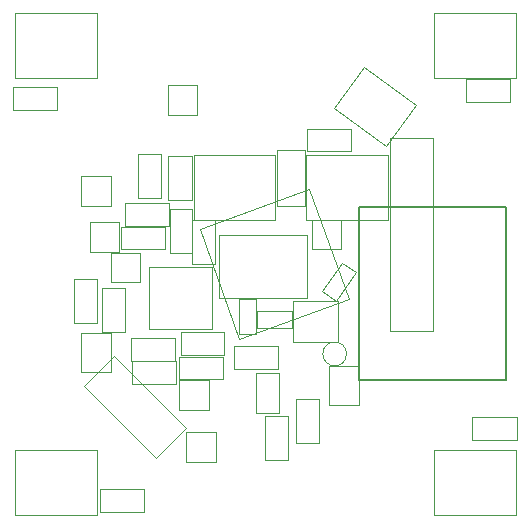
<source format=gbr>
%TF.GenerationSoftware,KiCad,Pcbnew,8.0.1*%
%TF.CreationDate,2024-05-06T20:31:10+02:00*%
%TF.ProjectId,smartknob,736d6172-746b-46e6-9f62-2e6b69636164,rev?*%
%TF.SameCoordinates,Original*%
%TF.FileFunction,Other,User*%
%FSLAX46Y46*%
G04 Gerber Fmt 4.6, Leading zero omitted, Abs format (unit mm)*
G04 Created by KiCad (PCBNEW 8.0.1) date 2024-05-06 20:31:10*
%MOMM*%
%LPD*%
G01*
G04 APERTURE LIST*
%ADD10C,0.050000*%
%ADD11C,0.150000*%
G04 APERTURE END LIST*
D10*
%TO.C,R21*%
X117750000Y-68050000D02*
X121450000Y-68050000D01*
X117750000Y-69950000D02*
X117750000Y-68050000D01*
X121450000Y-68050000D02*
X121450000Y-69950000D01*
X121450000Y-69950000D02*
X117750000Y-69950000D01*
%TO.C,C11*%
X102320000Y-74320000D02*
X106080000Y-74320000D01*
X102320000Y-76280000D02*
X102320000Y-74320000D01*
X106080000Y-74320000D02*
X106080000Y-76280000D01*
X106080000Y-76280000D02*
X102320000Y-76280000D01*
%TO.C,C16*%
X131757500Y-92420000D02*
X135517500Y-92420000D01*
X131757500Y-94380000D02*
X131757500Y-92420000D01*
X135517500Y-92420000D02*
X135517500Y-94380000D01*
X135517500Y-94380000D02*
X131757500Y-94380000D01*
%TO.C,R12*%
X111610000Y-86450000D02*
X115310000Y-86450000D01*
X111610000Y-88350000D02*
X111610000Y-86450000D01*
X115310000Y-86450000D02*
X115310000Y-88350000D01*
X115310000Y-88350000D02*
X111610000Y-88350000D01*
D11*
%TO.C,U5*%
X122175000Y-74700000D02*
X122175000Y-89300000D01*
X122175000Y-89300000D02*
X134625000Y-89300000D01*
X134625000Y-74700000D02*
X122175000Y-74700000D01*
X134625000Y-89300000D02*
X134625000Y-74700000D01*
D10*
%TO.C,R16*%
X113545000Y-83470000D02*
X116505000Y-83470000D01*
X113545000Y-84930000D02*
X113545000Y-83470000D01*
X116505000Y-83470000D02*
X116505000Y-84930000D01*
X116505000Y-84930000D02*
X113545000Y-84930000D01*
%TO.C,D8*%
X128550000Y-58250000D02*
X128550000Y-63750000D01*
X128550000Y-63750000D02*
X135450000Y-63750000D01*
X135450000Y-58250000D02*
X128550000Y-58250000D01*
X135450000Y-63750000D02*
X135450000Y-58250000D01*
%TO.C,Ur1*%
X108655522Y-76541521D02*
X112041521Y-85844477D01*
X112041521Y-85844477D02*
X121344479Y-82458479D01*
X117958479Y-73155522D02*
X108655522Y-76541521D01*
X121344479Y-82458479D02*
X117958479Y-73155522D01*
%TO.C,D2*%
X108150000Y-70250000D02*
X108150000Y-75750000D01*
X108150000Y-75750000D02*
X115050000Y-75750000D01*
X115050000Y-70250000D02*
X108150000Y-70250000D01*
X115050000Y-75750000D02*
X115050000Y-70250000D01*
%TO.C,D6*%
X93050000Y-95250000D02*
X93050000Y-100750000D01*
X93050000Y-100750000D02*
X99950000Y-100750000D01*
X99950000Y-95250000D02*
X93050000Y-95250000D01*
X99950000Y-100750000D02*
X99950000Y-95250000D01*
%TO.C,C17*%
X92857500Y-64520000D02*
X96617500Y-64520000D01*
X92857500Y-66480000D02*
X92857500Y-64520000D01*
X96617500Y-64520000D02*
X96617500Y-66480000D01*
X96617500Y-66480000D02*
X92857500Y-66480000D01*
%TO.C,JP1*%
X98650000Y-88600000D02*
X98650000Y-85300000D01*
X98650000Y-88600000D02*
X101150000Y-88600000D01*
X101150000Y-85300000D02*
X98650000Y-85300000D01*
X101150000Y-85300000D02*
X101150000Y-88600000D01*
%TO.C,C3*%
X114220000Y-92320000D02*
X116180000Y-92320000D01*
X114220000Y-96080000D02*
X114220000Y-92320000D01*
X116180000Y-92320000D02*
X116180000Y-96080000D01*
X116180000Y-96080000D02*
X114220000Y-96080000D01*
%TO.C,C10*%
X102820000Y-85720000D02*
X106580000Y-85720000D01*
X102820000Y-87680000D02*
X102820000Y-85720000D01*
X106580000Y-85720000D02*
X106580000Y-87680000D01*
X106580000Y-87680000D02*
X102820000Y-87680000D01*
%TO.C,C8*%
X98020000Y-80720000D02*
X99980000Y-80720000D01*
X98020000Y-84480000D02*
X98020000Y-80720000D01*
X99980000Y-80720000D02*
X99980000Y-84480000D01*
X99980000Y-84480000D02*
X98020000Y-84480000D01*
%TO.C,R13*%
X116850000Y-90950000D02*
X118750000Y-90950000D01*
X116850000Y-94650000D02*
X116850000Y-90950000D01*
X118750000Y-90950000D02*
X118750000Y-94650000D01*
X118750000Y-94650000D02*
X116850000Y-94650000D01*
%TO.C,C9*%
X100420000Y-81520000D02*
X102380000Y-81520000D01*
X100420000Y-85280000D02*
X100420000Y-81520000D01*
X102380000Y-81520000D02*
X102380000Y-85280000D01*
X102380000Y-85280000D02*
X100420000Y-85280000D01*
%TO.C,BLK*%
X118150000Y-75750000D02*
X118150000Y-78250000D01*
X118150000Y-75750000D02*
X120650000Y-75750000D01*
X120650000Y-78250000D02*
X118150000Y-78250000D01*
X120650000Y-78250000D02*
X120650000Y-75750000D01*
%TO.C,J1*%
X124800000Y-68850000D02*
X124800000Y-85150000D01*
X124800000Y-85150000D02*
X128400000Y-85150000D01*
X128400000Y-68850000D02*
X124800000Y-68850000D01*
X128400000Y-85150000D02*
X128400000Y-68850000D01*
%TO.C,Q1*%
X116542500Y-82650000D02*
X116542500Y-86050000D01*
X116542500Y-86050000D02*
X120382500Y-86050000D01*
X120382500Y-82650000D02*
X116542500Y-82650000D01*
X120382500Y-86050000D02*
X120382500Y-82650000D01*
%TO.C,R14*%
X102050000Y-76350000D02*
X105750000Y-76350000D01*
X102050000Y-78250000D02*
X102050000Y-76350000D01*
X105750000Y-76350000D02*
X105750000Y-78250000D01*
X105750000Y-78250000D02*
X102050000Y-78250000D01*
%TO.C,LED*%
X105950000Y-64350000D02*
X105950000Y-66850000D01*
X105950000Y-64350000D02*
X108450000Y-64350000D01*
X108450000Y-66850000D02*
X105950000Y-66850000D01*
X108450000Y-66850000D02*
X108450000Y-64350000D01*
%TO.C,SW2*%
X122561238Y-62774130D02*
X120004376Y-66293355D01*
X124453968Y-69526173D02*
X120004376Y-66293355D01*
X127010833Y-66006948D02*
X122561238Y-62774130D01*
X127010833Y-66006948D02*
X124453968Y-69526173D01*
%TO.C,GND*%
X99350000Y-75950000D02*
X99350000Y-78450000D01*
X99350000Y-75950000D02*
X101850000Y-75950000D01*
X101850000Y-78450000D02*
X99350000Y-78450000D01*
X101850000Y-78450000D02*
X101850000Y-75950000D01*
%TO.C,R2*%
X108050000Y-75750000D02*
X109950000Y-75750000D01*
X108050000Y-79450000D02*
X108050000Y-75750000D01*
X109950000Y-75750000D02*
X109950000Y-79450000D01*
X109950000Y-79450000D02*
X108050000Y-79450000D01*
%TO.C,C13*%
X106020000Y-70320000D02*
X107980000Y-70320000D01*
X106020000Y-74080000D02*
X106020000Y-70320000D01*
X107980000Y-70320000D02*
X107980000Y-74080000D01*
X107980000Y-74080000D02*
X106020000Y-74080000D01*
%TO.C,R11*%
X106950000Y-87350000D02*
X110650000Y-87350000D01*
X106950000Y-89250000D02*
X106950000Y-87350000D01*
X110650000Y-87350000D02*
X110650000Y-89250000D01*
X110650000Y-89250000D02*
X106950000Y-89250000D01*
%TO.C,D5*%
X93050000Y-58250000D02*
X93050000Y-63750000D01*
X93050000Y-63750000D02*
X99950000Y-63750000D01*
X99950000Y-58250000D02*
X93050000Y-58250000D01*
X99950000Y-63750000D02*
X99950000Y-58250000D01*
%TO.C,GND*%
X107550000Y-93750000D02*
X107550000Y-96250000D01*
X107550000Y-93750000D02*
X110050000Y-93750000D01*
X110050000Y-96250000D02*
X107550000Y-96250000D01*
X110050000Y-96250000D02*
X110050000Y-93750000D01*
%TO.C,U8*%
X104400000Y-79700000D02*
X104400000Y-85000000D01*
X109700000Y-79700000D02*
X104400000Y-79700000D01*
X109700000Y-79700000D02*
X109700000Y-85000000D01*
X109700000Y-85000000D02*
X104400000Y-85000000D01*
%TO.C,BAT*%
X106950000Y-89350000D02*
X106950000Y-91850000D01*
X106950000Y-89350000D02*
X109450000Y-89350000D01*
X109450000Y-91850000D02*
X106950000Y-91850000D01*
X109450000Y-91850000D02*
X109450000Y-89350000D01*
%TO.C,JP2*%
X119650000Y-91450000D02*
X119650000Y-88150000D01*
X119650000Y-91450000D02*
X122150000Y-91450000D01*
X122150000Y-88150000D02*
X119650000Y-88150000D01*
X122150000Y-88150000D02*
X122150000Y-91450000D01*
%TO.C,C5*%
X102920000Y-87720000D02*
X106680000Y-87720000D01*
X102920000Y-89680000D02*
X102920000Y-87720000D01*
X106680000Y-87720000D02*
X106680000Y-89680000D01*
X106680000Y-89680000D02*
X102920000Y-89680000D01*
%TO.C,R17*%
X111970000Y-82420000D02*
X113430000Y-82420000D01*
X111970000Y-85380000D02*
X111970000Y-82420000D01*
X113430000Y-82420000D02*
X113430000Y-85380000D01*
X113430000Y-85380000D02*
X111970000Y-85380000D01*
%TO.C,C12*%
X103420000Y-70157500D02*
X105380000Y-70157500D01*
X103420000Y-73917500D02*
X103420000Y-70157500D01*
X105380000Y-70157500D02*
X105380000Y-73917500D01*
X105380000Y-73917500D02*
X103420000Y-73917500D01*
%TO.C,RES*%
X101150000Y-78550000D02*
X101150000Y-81050000D01*
X101150000Y-78550000D02*
X103650000Y-78550000D01*
X103650000Y-81050000D02*
X101150000Y-81050000D01*
X103650000Y-81050000D02*
X103650000Y-78550000D01*
%TO.C,TP5*%
X121100000Y-87100000D02*
G75*
G02*
X119100000Y-87100000I-1000000J0D01*
G01*
X119100000Y-87100000D02*
G75*
G02*
X121100000Y-87100000I1000000J0D01*
G01*
%TO.C,D1*%
X117700000Y-70250000D02*
X117700000Y-75750000D01*
X117700000Y-75750000D02*
X124600000Y-75750000D01*
X124600000Y-70250000D02*
X117700000Y-70250000D01*
X124600000Y-75750000D02*
X124600000Y-70250000D01*
%TO.C,C15*%
X100220000Y-98520000D02*
X103980000Y-98520000D01*
X100220000Y-100480000D02*
X100220000Y-98520000D01*
X103980000Y-98520000D02*
X103980000Y-100480000D01*
X103980000Y-100480000D02*
X100220000Y-100480000D01*
%TO.C,BAT+*%
X98650000Y-72050000D02*
X98650000Y-74550000D01*
X98650000Y-72050000D02*
X101150000Y-72050000D01*
X101150000Y-74550000D02*
X98650000Y-74550000D01*
X101150000Y-74550000D02*
X101150000Y-72050000D01*
%TO.C,R10*%
X107050000Y-85250000D02*
X110750000Y-85250000D01*
X107050000Y-87150000D02*
X107050000Y-85250000D01*
X110750000Y-85250000D02*
X110750000Y-87150000D01*
X110750000Y-87150000D02*
X107050000Y-87150000D01*
%TO.C,R3*%
X106150000Y-74850000D02*
X108050000Y-74850000D01*
X106150000Y-78550000D02*
X106150000Y-74850000D01*
X108050000Y-74850000D02*
X108050000Y-78550000D01*
X108050000Y-78550000D02*
X106150000Y-78550000D01*
%TO.C,D3*%
X113470000Y-88740000D02*
X115370000Y-88740000D01*
X113470000Y-92100000D02*
X113470000Y-88740000D01*
X115370000Y-88740000D02*
X115370000Y-92100000D01*
X115370000Y-92100000D02*
X113470000Y-92100000D01*
%TO.C,D7*%
X128550000Y-95250000D02*
X128550000Y-100750000D01*
X128550000Y-100750000D02*
X135450000Y-100750000D01*
X135450000Y-95250000D02*
X128550000Y-95250000D01*
X135450000Y-100750000D02*
X135450000Y-95250000D01*
%TO.C,C14*%
X131220000Y-63820000D02*
X134980000Y-63820000D01*
X131220000Y-65780000D02*
X131220000Y-63820000D01*
X134980000Y-63820000D02*
X134980000Y-65780000D01*
X134980000Y-65780000D02*
X131220000Y-65780000D01*
%TO.C,R18*%
X119053126Y-81793634D02*
X120750912Y-79368944D01*
X120249088Y-82631056D02*
X119053126Y-81793634D01*
X120750912Y-79368944D02*
X121946874Y-80206366D01*
X121946874Y-80206366D02*
X120249088Y-82631056D01*
%TO.C,J2*%
X98858365Y-89814555D02*
X104974838Y-95931029D01*
X101403949Y-87268971D02*
X98858365Y-89814555D01*
X104974838Y-95931029D02*
X107520423Y-93385444D01*
X107520423Y-93385444D02*
X101403949Y-87268971D01*
%TO.C,U6*%
X110325000Y-76995000D02*
X110325000Y-82395000D01*
X110325000Y-82395000D02*
X117725000Y-82395000D01*
X117725000Y-76995000D02*
X110325000Y-76995000D01*
X117725000Y-82395000D02*
X117725000Y-76995000D01*
%TO.C,D4*%
X115250000Y-69850000D02*
X117550000Y-69850000D01*
X115250000Y-74550000D02*
X115250000Y-69850000D01*
X115250000Y-74550000D02*
X117550000Y-74550000D01*
X117550000Y-69850000D02*
X117550000Y-74550000D01*
%TD*%
M02*

</source>
